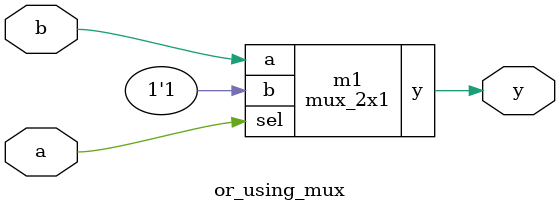
<source format=v>
`timescale 1ns / 1ps

module mux_2x1(
    input a, b, sel, 
    output y);
    assign y = (a & ~sel) | (b & sel);
endmodule
                    
module or_using_mux(
    input a, b, 
    output y);
    mux_2x1 m1(b,1'b1,a,y);
endmodule






</source>
